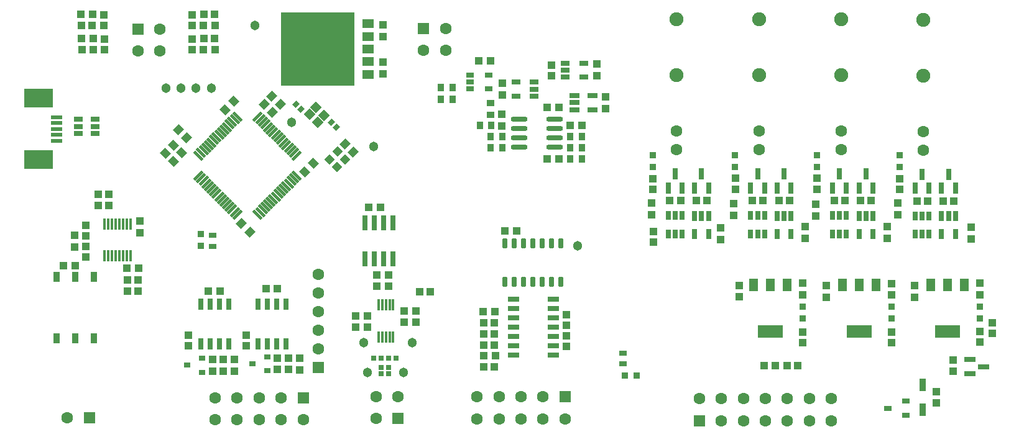
<source format=gts>
G04*
G04 #@! TF.GenerationSoftware,Altium Limited,Altium Designer,22.0.2 (36)*
G04*
G04 Layer_Color=8388736*
%FSLAX25Y25*%
%MOIN*%
G70*
G04*
G04 #@! TF.SameCoordinates,5A643F03-C439-4DF5-9915-15B1C7EAFC9B*
G04*
G04*
G04 #@! TF.FilePolarity,Negative*
G04*
G01*
G75*
G04:AMPARAMS|DCode=37|XSize=43.31mil|YSize=23.62mil|CornerRadius=2.01mil|HoleSize=0mil|Usage=FLASHONLY|Rotation=0.000|XOffset=0mil|YOffset=0mil|HoleType=Round|Shape=RoundedRectangle|*
%AMROUNDEDRECTD37*
21,1,0.04331,0.01961,0,0,0.0*
21,1,0.03929,0.02362,0,0,0.0*
1,1,0.00402,0.01965,-0.00980*
1,1,0.00402,-0.01965,-0.00980*
1,1,0.00402,-0.01965,0.00980*
1,1,0.00402,0.01965,0.00980*
%
%ADD37ROUNDEDRECTD37*%
%ADD52R,0.03543X0.03150*%
%ADD65R,0.03550X0.04140*%
%ADD66R,0.03392X0.05400*%
%ADD67R,0.04140X0.04337*%
G04:AMPARAMS|DCode=68|XSize=63.06mil|YSize=15.81mil|CornerRadius=0mil|HoleSize=0mil|Usage=FLASHONLY|Rotation=225.000|XOffset=0mil|YOffset=0mil|HoleType=Round|Shape=Rectangle|*
%AMROTATEDRECTD68*
4,1,4,0.01670,0.02788,0.02788,0.01670,-0.01670,-0.02788,-0.02788,-0.01670,0.01670,0.02788,0.0*
%
%ADD68ROTATEDRECTD68*%

G04:AMPARAMS|DCode=69|XSize=63.06mil|YSize=15.81mil|CornerRadius=0mil|HoleSize=0mil|Usage=FLASHONLY|Rotation=315.000|XOffset=0mil|YOffset=0mil|HoleType=Round|Shape=Rectangle|*
%AMROTATEDRECTD69*
4,1,4,-0.02788,0.01670,-0.01670,0.02788,0.02788,-0.01670,0.01670,-0.02788,-0.02788,0.01670,0.0*
%
%ADD69ROTATEDRECTD69*%

%ADD70C,0.05124*%
%ADD71R,0.04140X0.04140*%
%ADD72R,0.04140X0.04140*%
%ADD73R,0.05124X0.02762*%
%ADD74R,0.15361X0.10243*%
%ADD75R,0.05912X0.02368*%
%ADD76R,0.02762X0.03156*%
G04:AMPARAMS|DCode=77|XSize=43.37mil|YSize=41.4mil|CornerRadius=0mil|HoleSize=0mil|Usage=FLASHONLY|Rotation=225.000|XOffset=0mil|YOffset=0mil|HoleType=Round|Shape=Rectangle|*
%AMROTATEDRECTD77*
4,1,4,0.00070,0.02997,0.02997,0.00070,-0.00070,-0.02997,-0.02997,-0.00070,0.00070,0.02997,0.0*
%
%ADD77ROTATEDRECTD77*%

%ADD78R,0.05321X0.02762*%
%ADD79R,0.05124X0.02762*%
%ADD80O,0.09061X0.02762*%
%ADD81R,0.04140X0.03550*%
%ADD82R,0.04337X0.04140*%
%ADD83R,0.06306X0.04613*%
%ADD84R,0.39770X0.39770*%
%ADD85R,0.02762X0.05124*%
%ADD86P,0.05855X4X270.0*%
%ADD87O,0.01581X0.06109*%
%ADD88R,0.01500X0.05900*%
%ADD89P,0.06134X4X180.0*%
G04:AMPARAMS|DCode=90|XSize=27.62mil|YSize=31.56mil|CornerRadius=0mil|HoleSize=0mil|Usage=FLASHONLY|Rotation=135.000|XOffset=0mil|YOffset=0mil|HoleType=Round|Shape=Rectangle|*
%AMROTATEDRECTD90*
4,1,4,0.02092,0.00139,-0.00139,-0.02092,-0.02092,-0.00139,0.00139,0.02092,0.02092,0.00139,0.0*
%
%ADD90ROTATEDRECTD90*%

G04:AMPARAMS|DCode=91|XSize=43.37mil|YSize=41.4mil|CornerRadius=0mil|HoleSize=0mil|Usage=FLASHONLY|Rotation=135.000|XOffset=0mil|YOffset=0mil|HoleType=Round|Shape=Rectangle|*
%AMROTATEDRECTD91*
4,1,4,0.02997,-0.00070,0.00070,-0.02997,-0.02997,0.00070,-0.00070,0.02997,0.02997,-0.00070,0.0*
%
%ADD91ROTATEDRECTD91*%

%ADD92R,0.03353X0.03550*%
%ADD93R,0.03943X0.03156*%
G04:AMPARAMS|DCode=94|XSize=27.62mil|YSize=61.09mil|CornerRadius=4.01mil|HoleSize=0mil|Usage=FLASHONLY|Rotation=0.000|XOffset=0mil|YOffset=0mil|HoleType=Round|Shape=RoundedRectangle|*
%AMROUNDEDRECTD94*
21,1,0.02762,0.05307,0,0,0.0*
21,1,0.01961,0.06109,0,0,0.0*
1,1,0.00802,0.00980,-0.02653*
1,1,0.00802,-0.00980,-0.02653*
1,1,0.00802,-0.00980,0.02653*
1,1,0.00802,0.00980,0.02653*
%
%ADD94ROUNDEDRECTD94*%
%ADD95R,0.13392X0.06699*%
%ADD96R,0.05124X0.06699*%
%ADD97R,0.03550X0.03353*%
%ADD98R,0.02500X0.08200*%
%ADD99R,0.02565X0.02565*%
G04:AMPARAMS|DCode=100|XSize=25.65mil|YSize=53.21mil|CornerRadius=3.95mil|HoleSize=0mil|Usage=FLASHONLY|Rotation=180.000|XOffset=0mil|YOffset=0mil|HoleType=Round|Shape=RoundedRectangle|*
%AMROUNDEDRECTD100*
21,1,0.02565,0.04532,0,0,180.0*
21,1,0.01776,0.05321,0,0,180.0*
1,1,0.00790,-0.00888,0.02266*
1,1,0.00790,0.00888,0.02266*
1,1,0.00790,0.00888,-0.02266*
1,1,0.00790,-0.00888,-0.02266*
%
%ADD100ROUNDEDRECTD100*%
%ADD101R,0.06404X0.02959*%
%ADD102R,0.05912X0.02762*%
%ADD103R,0.02762X0.05321*%
%ADD104R,0.02762X0.05912*%
%ADD105R,0.04337X0.02762*%
%ADD106R,0.03747X0.06699*%
%ADD107C,0.06306*%
%ADD108R,0.06306X0.06306*%
%ADD109C,0.00400*%
%ADD110C,0.07487*%
%ADD111R,0.06306X0.06306*%
D37*
X255906Y198228D02*
D03*
Y190748D02*
D03*
X245669D02*
D03*
Y194488D02*
D03*
Y198228D02*
D03*
D52*
X94291Y42421D02*
D03*
X102165Y46161D02*
D03*
Y38681D02*
D03*
X137008Y39370D02*
D03*
Y46850D02*
D03*
X129134Y43110D02*
D03*
D65*
X236417Y185039D02*
D03*
X236417Y191437D02*
D03*
X305709Y153150D02*
D03*
X299409D02*
D03*
X299409Y159153D02*
D03*
X305709D02*
D03*
X305709Y165157D02*
D03*
X299409D02*
D03*
X256890D02*
D03*
X263189D02*
D03*
X230118Y185039D02*
D03*
X230118Y191437D02*
D03*
X263189Y159153D02*
D03*
X256890D02*
D03*
X257283Y171161D02*
D03*
X250984D02*
D03*
D66*
X24252Y56890D02*
D03*
X44252D02*
D03*
Y89882D02*
D03*
X34252D02*
D03*
X24252D02*
D03*
X34252Y56890D02*
D03*
D67*
X34055Y95866D02*
D03*
X27756D02*
D03*
X293602Y153150D02*
D03*
X287303D02*
D03*
X299409Y171161D02*
D03*
X305709D02*
D03*
X293602Y180807D02*
D03*
X287302D02*
D03*
X250591Y205709D02*
D03*
X256890D02*
D03*
X190748Y62795D02*
D03*
X184449D02*
D03*
X210531Y65453D02*
D03*
X216831D02*
D03*
X210531Y71457D02*
D03*
X216831D02*
D03*
X197933Y127067D02*
D03*
X191634D02*
D03*
X43944Y217714D02*
D03*
X37645D02*
D03*
X43550Y230903D02*
D03*
X37251D02*
D03*
X102709Y211809D02*
D03*
X109009Y211809D02*
D03*
X102709Y224801D02*
D03*
X109009Y224801D02*
D03*
X111909Y82284D02*
D03*
X105610D02*
D03*
X142618Y83661D02*
D03*
X136319D02*
D03*
X253051Y47441D02*
D03*
X259350D02*
D03*
X61713Y94390D02*
D03*
X68012D02*
D03*
X259154Y71161D02*
D03*
X252854D02*
D03*
X195866Y90945D02*
D03*
X202165D02*
D03*
X195866Y84842D02*
D03*
X202165D02*
D03*
X190748Y68799D02*
D03*
X184449D02*
D03*
X270768Y114367D02*
D03*
X264469D02*
D03*
D68*
X152831Y155003D02*
D03*
X151439Y156395D02*
D03*
X150047Y157787D02*
D03*
X148655Y159179D02*
D03*
X147263Y160571D02*
D03*
X145871Y161963D02*
D03*
X144479Y163355D02*
D03*
X143087Y164747D02*
D03*
X141695Y166139D02*
D03*
X140304Y167531D02*
D03*
X138912Y168923D02*
D03*
X137520Y170315D02*
D03*
X136128Y171707D02*
D03*
X134736Y173099D02*
D03*
X133344Y174490D02*
D03*
X131952Y175882D02*
D03*
X100216Y144146D02*
D03*
X101608Y142754D02*
D03*
X102999Y141362D02*
D03*
X104391Y139970D02*
D03*
X105783Y138578D02*
D03*
X107175Y137186D02*
D03*
X108567Y135794D02*
D03*
X109959Y134403D02*
D03*
X111351Y133011D02*
D03*
X112743Y131619D02*
D03*
X114135Y130227D02*
D03*
X115527Y128835D02*
D03*
X116919Y127443D02*
D03*
X118311Y126051D02*
D03*
X119703Y124659D02*
D03*
X121095Y123267D02*
D03*
D69*
Y175882D02*
D03*
X119703Y174490D02*
D03*
X118311Y173099D02*
D03*
X116919Y171707D02*
D03*
X115527Y170315D02*
D03*
X114135Y168923D02*
D03*
X112743Y167531D02*
D03*
X111351Y166139D02*
D03*
X109959Y164747D02*
D03*
X108567Y163355D02*
D03*
X107175Y161963D02*
D03*
X105783Y160571D02*
D03*
X104391Y159179D02*
D03*
X102999Y157787D02*
D03*
X101608Y156395D02*
D03*
X100216Y155003D02*
D03*
X131952Y123267D02*
D03*
X133344Y124659D02*
D03*
X134736Y126051D02*
D03*
X136128Y127443D02*
D03*
X137520Y128835D02*
D03*
X138912Y130227D02*
D03*
X140304Y131619D02*
D03*
X141695Y133011D02*
D03*
X143087Y134403D02*
D03*
X144479Y135794D02*
D03*
X145871Y137186D02*
D03*
X147263Y138578D02*
D03*
X148655Y139970D02*
D03*
X150047Y141362D02*
D03*
X151439Y142754D02*
D03*
X152831Y144146D02*
D03*
D70*
X150098Y172835D02*
D03*
X130610Y225000D02*
D03*
X107087Y191240D02*
D03*
X82677D02*
D03*
X90814D02*
D03*
X98950D02*
D03*
X193996Y159941D02*
D03*
X188681Y54429D02*
D03*
X210039Y38681D02*
D03*
X190847D02*
D03*
X214862Y54429D02*
D03*
X303445Y106595D02*
D03*
D71*
X431791Y137008D02*
D03*
Y142717D02*
D03*
X343799Y136909D02*
D03*
Y142618D02*
D03*
X476083Y136909D02*
D03*
Y142618D02*
D03*
X387992Y137008D02*
D03*
Y142717D02*
D03*
X495965Y22343D02*
D03*
Y28051D02*
D03*
X525787Y65256D02*
D03*
Y59547D02*
D03*
X504921Y45030D02*
D03*
Y39321D02*
D03*
X344193Y114272D02*
D03*
Y108563D02*
D03*
X39764Y111909D02*
D03*
Y117618D02*
D03*
X289370Y203642D02*
D03*
Y197933D02*
D03*
X49850Y217616D02*
D03*
Y211907D02*
D03*
X49456Y224899D02*
D03*
Y230608D02*
D03*
X96850Y217616D02*
D03*
Y211907D02*
D03*
Y224899D02*
D03*
Y230608D02*
D03*
X94882Y58465D02*
D03*
Y52756D02*
D03*
X125886Y58465D02*
D03*
Y52756D02*
D03*
X39764Y100394D02*
D03*
Y106102D02*
D03*
X471752Y54626D02*
D03*
Y60335D02*
D03*
X424114Y54626D02*
D03*
Y60335D02*
D03*
X519095Y54823D02*
D03*
Y60532D02*
D03*
X297539Y63875D02*
D03*
Y69584D02*
D03*
Y52458D02*
D03*
Y58166D02*
D03*
D72*
X403642Y42028D02*
D03*
X409350D02*
D03*
X415650D02*
D03*
X421358D02*
D03*
X113484Y39272D02*
D03*
X107775D02*
D03*
X113484Y45374D02*
D03*
X107775D02*
D03*
X224410Y81693D02*
D03*
X218701D02*
D03*
X46457Y128051D02*
D03*
X52165D02*
D03*
X142618Y46161D02*
D03*
X148327D02*
D03*
X142618Y40059D02*
D03*
X148327Y40059D02*
D03*
X62008Y88287D02*
D03*
X67716D02*
D03*
Y82185D02*
D03*
X62008D02*
D03*
X52165Y134153D02*
D03*
X46457D02*
D03*
X103005Y230903D02*
D03*
X108713D02*
D03*
X43255Y224801D02*
D03*
X37547D02*
D03*
X43649Y211809D02*
D03*
X37940D02*
D03*
X103005Y217714D02*
D03*
X108713D02*
D03*
X455217Y130709D02*
D03*
X460925D02*
D03*
X367126Y130709D02*
D03*
X372835D02*
D03*
X499508Y130610D02*
D03*
X505217D02*
D03*
X411319Y130704D02*
D03*
X417028D02*
D03*
X441043Y130709D02*
D03*
X446752D02*
D03*
X352953Y130709D02*
D03*
X358661D02*
D03*
X485335Y130610D02*
D03*
X491043D02*
D03*
X397146Y130704D02*
D03*
X402854D02*
D03*
X253150Y59249D02*
D03*
X258858D02*
D03*
X253150Y53344D02*
D03*
X258858D02*
D03*
X253150Y65155D02*
D03*
X258858D02*
D03*
X253150Y41532D02*
D03*
X258858D02*
D03*
D73*
X44980Y174409D02*
D03*
X35925D02*
D03*
Y170669D02*
D03*
X35925Y166929D02*
D03*
X44980Y170669D02*
D03*
Y166929D02*
D03*
D74*
X14569Y185775D02*
D03*
Y152704D02*
D03*
D75*
X24018Y162940D02*
D03*
Y166090D02*
D03*
Y169239D02*
D03*
Y172389D02*
D03*
Y175539D02*
D03*
D76*
X198130Y46063D02*
D03*
X194193D02*
D03*
X202067D02*
D03*
X206004D02*
D03*
D77*
X127756Y113976D02*
D03*
X123302Y118431D02*
D03*
X89370Y168969D02*
D03*
X93824Y164515D02*
D03*
X183293Y156865D02*
D03*
X178839Y161319D02*
D03*
X144065Y182433D02*
D03*
X139611Y186887D02*
D03*
X139820Y178188D02*
D03*
X135366Y182642D02*
D03*
D78*
X301771Y187106D02*
D03*
Y183366D02*
D03*
Y179626D02*
D03*
X311614D02*
D03*
Y187106D02*
D03*
D79*
X296949Y204626D02*
D03*
Y200886D02*
D03*
Y197146D02*
D03*
X306791D02*
D03*
Y204626D02*
D03*
X280315Y186909D02*
D03*
Y190650D02*
D03*
Y194390D02*
D03*
X270472D02*
D03*
Y186909D02*
D03*
D80*
X291043Y159528D02*
D03*
Y164528D02*
D03*
Y169528D02*
D03*
Y174528D02*
D03*
X272145Y159528D02*
D03*
Y164528D02*
D03*
Y169528D02*
D03*
Y174528D02*
D03*
D81*
X256791Y183071D02*
D03*
Y176772D02*
D03*
D82*
X318504Y186516D02*
D03*
Y180217D02*
D03*
X263090Y187500D02*
D03*
Y193799D02*
D03*
X313681Y204035D02*
D03*
Y197736D02*
D03*
X262795Y170866D02*
D03*
Y177165D02*
D03*
X199016Y218996D02*
D03*
Y225295D02*
D03*
Y205020D02*
D03*
Y198721D02*
D03*
X425492Y116732D02*
D03*
Y110433D02*
D03*
X469587Y116831D02*
D03*
Y110531D02*
D03*
X119488Y39272D02*
D03*
Y45571D02*
D03*
X154331Y39961D02*
D03*
Y46260D02*
D03*
X68799Y119882D02*
D03*
Y113583D02*
D03*
X33858Y105807D02*
D03*
Y112106D02*
D03*
X471654Y80020D02*
D03*
Y86319D02*
D03*
X436894Y78756D02*
D03*
Y85055D02*
D03*
X424213Y80216D02*
D03*
Y86516D02*
D03*
X390256Y79035D02*
D03*
Y85335D02*
D03*
X518996Y80216D02*
D03*
Y86516D02*
D03*
X484138Y78756D02*
D03*
Y85055D02*
D03*
X431201Y128839D02*
D03*
Y122539D02*
D03*
X343209Y129429D02*
D03*
Y123130D02*
D03*
X475295Y129626D02*
D03*
Y123327D02*
D03*
X387303Y129035D02*
D03*
Y122736D02*
D03*
X380217Y109843D02*
D03*
Y116142D02*
D03*
X514567Y110335D02*
D03*
Y116634D02*
D03*
D83*
X191043Y205394D02*
D03*
Y198622D02*
D03*
Y212165D02*
D03*
X191043Y218937D02*
D03*
Y225709D02*
D03*
D84*
X164272Y212165D02*
D03*
D85*
X352067Y122736D02*
D03*
X355807D02*
D03*
X359547D02*
D03*
Y112894D02*
D03*
X355807D02*
D03*
X352067D02*
D03*
X396260Y122732D02*
D03*
X400000D02*
D03*
X403740D02*
D03*
Y112889D02*
D03*
X400000D02*
D03*
X396260D02*
D03*
X484449Y122638D02*
D03*
X488189D02*
D03*
X491929D02*
D03*
Y112795D02*
D03*
X488189D02*
D03*
X484449D02*
D03*
X440158Y122736D02*
D03*
X443898D02*
D03*
X447638D02*
D03*
Y112894D02*
D03*
X443898D02*
D03*
X440158D02*
D03*
D86*
X174453Y148775D02*
D03*
X170417Y152812D02*
D03*
X178692Y153001D02*
D03*
X174655Y157038D02*
D03*
D87*
X204626Y74902D02*
D03*
X202658D02*
D03*
X200689D02*
D03*
X198721D02*
D03*
X196752D02*
D03*
X204626Y57579D02*
D03*
X202658D02*
D03*
X200689D02*
D03*
X198721D02*
D03*
X196752D02*
D03*
D88*
X49896Y101144D02*
D03*
X51866D02*
D03*
X53836D02*
D03*
X55806D02*
D03*
X57776D02*
D03*
X59746D02*
D03*
X61716D02*
D03*
X63686D02*
D03*
Y118344D02*
D03*
X61716D02*
D03*
X59746D02*
D03*
X57776D02*
D03*
X55806D02*
D03*
X53836D02*
D03*
X51866D02*
D03*
X49896D02*
D03*
D89*
X167520Y176378D02*
D03*
X164040Y172898D02*
D03*
X163205Y180693D02*
D03*
X159725Y177213D02*
D03*
D90*
X155146Y179893D02*
D03*
X152362Y182677D02*
D03*
X174114Y170177D02*
D03*
X171330Y172961D02*
D03*
D91*
X86976Y160617D02*
D03*
X82522Y156163D02*
D03*
X91221Y156372D02*
D03*
X86767Y151918D02*
D03*
X114626Y179579D02*
D03*
X119080Y184034D02*
D03*
X157289Y146242D02*
D03*
X161743Y150697D02*
D03*
D92*
X101378Y112894D02*
D03*
X101378Y106595D02*
D03*
X471850Y67619D02*
D03*
Y73918D02*
D03*
X424213Y73917D02*
D03*
Y67618D02*
D03*
X519095Y67618D02*
D03*
Y73917D02*
D03*
X387894Y148814D02*
D03*
Y155114D02*
D03*
X476083Y148721D02*
D03*
Y155020D02*
D03*
X343701Y148819D02*
D03*
Y155118D02*
D03*
X431791Y148819D02*
D03*
Y155118D02*
D03*
D93*
X107972Y106201D02*
D03*
Y112106D02*
D03*
X327756Y49016D02*
D03*
Y43110D02*
D03*
D94*
X101358Y53839D02*
D03*
X106358D02*
D03*
X111358D02*
D03*
X116358D02*
D03*
X101358Y75295D02*
D03*
X106358D02*
D03*
X111358D02*
D03*
X116358D02*
D03*
X132264Y53839D02*
D03*
X137264D02*
D03*
X142264D02*
D03*
X147264D02*
D03*
X132264Y75295D02*
D03*
X137264D02*
D03*
X142264D02*
D03*
X147264D02*
D03*
D95*
X454528Y60433D02*
D03*
X406890D02*
D03*
X501772D02*
D03*
D96*
X454528Y85630D02*
D03*
X445472D02*
D03*
X463583D02*
D03*
X415945D02*
D03*
X397835D02*
D03*
X406890D02*
D03*
X501772D02*
D03*
X492717D02*
D03*
X510827D02*
D03*
D97*
X328839Y36811D02*
D03*
X335138D02*
D03*
D98*
X204449Y99454D02*
D03*
X199449D02*
D03*
X194449D02*
D03*
X189449D02*
D03*
Y118853D02*
D03*
X194449D02*
D03*
X199449D02*
D03*
X204449D02*
D03*
D99*
X202067Y37795D02*
D03*
Y41339D02*
D03*
X198228Y37795D02*
D03*
Y41339D02*
D03*
D100*
X264390Y87202D02*
D03*
X269390D02*
D03*
X274390D02*
D03*
X279390D02*
D03*
X284390D02*
D03*
X289390D02*
D03*
X294390D02*
D03*
X264390Y107871D02*
D03*
X269390D02*
D03*
X274390D02*
D03*
X279390D02*
D03*
X284390D02*
D03*
X289390D02*
D03*
X294390D02*
D03*
D101*
X290500Y77792D02*
D03*
Y72792D02*
D03*
Y67792D02*
D03*
Y62792D02*
D03*
Y57792D02*
D03*
Y52792D02*
D03*
Y47792D02*
D03*
X269146D02*
D03*
Y52792D02*
D03*
Y57792D02*
D03*
Y62792D02*
D03*
Y67792D02*
D03*
Y72792D02*
D03*
Y77792D02*
D03*
D102*
X513681Y45374D02*
D03*
Y37894D02*
D03*
X521161Y41634D02*
D03*
D103*
X417913Y122633D02*
D03*
X414173D02*
D03*
X410433D02*
D03*
Y112791D02*
D03*
X417913D02*
D03*
X506102Y122539D02*
D03*
X502362D02*
D03*
X498622D02*
D03*
Y112697D02*
D03*
X506102D02*
D03*
X373721Y122638D02*
D03*
X369980D02*
D03*
X366240D02*
D03*
Y112795D02*
D03*
X373721D02*
D03*
X461811Y122638D02*
D03*
X458071D02*
D03*
X454331D02*
D03*
Y112795D02*
D03*
X461811D02*
D03*
D104*
X396260Y137594D02*
D03*
X403740D02*
D03*
X400000Y145074D02*
D03*
X410433Y137594D02*
D03*
X417913D02*
D03*
X414173Y145074D02*
D03*
X366240Y137598D02*
D03*
X373721D02*
D03*
X369980Y145079D02*
D03*
X484449Y137500D02*
D03*
X491929D02*
D03*
X488189Y144980D02*
D03*
X498622Y137500D02*
D03*
X506102D02*
D03*
X502362Y144980D02*
D03*
X352067Y137598D02*
D03*
X359547D02*
D03*
X355807Y145079D02*
D03*
X440158Y137598D02*
D03*
X447638D02*
D03*
X443898Y145079D02*
D03*
X454331Y137598D02*
D03*
X461811D02*
D03*
X458071Y145079D02*
D03*
D105*
X469882Y19291D02*
D03*
X479331Y23051D02*
D03*
Y15531D02*
D03*
D106*
X488386Y31791D02*
D03*
Y18406D02*
D03*
D107*
X156398Y13088D02*
D03*
X444685Y168032D02*
D03*
Y158031D02*
D03*
X232677Y211417D02*
D03*
X220866D02*
D03*
X232677Y223228D02*
D03*
X404134Y12598D02*
D03*
Y24409D02*
D03*
X439567D02*
D03*
Y12598D02*
D03*
X427756Y24409D02*
D03*
Y12598D02*
D03*
X415945Y24409D02*
D03*
Y12598D02*
D03*
X392323Y24409D02*
D03*
Y12598D02*
D03*
X380512Y24409D02*
D03*
Y12598D02*
D03*
X368701Y24409D02*
D03*
X164370Y51024D02*
D03*
Y61024D02*
D03*
Y71024D02*
D03*
Y81024D02*
D03*
Y91024D02*
D03*
X79527Y211024D02*
D03*
X67716D02*
D03*
X79527Y222835D02*
D03*
X29921Y14173D02*
D03*
X195473Y13780D02*
D03*
X207283Y25591D02*
D03*
X195473D02*
D03*
X296752Y13580D02*
D03*
X284941Y25391D02*
D03*
Y13580D02*
D03*
X273130Y25391D02*
D03*
Y13580D02*
D03*
X261319Y25391D02*
D03*
Y13580D02*
D03*
X249508Y25391D02*
D03*
Y13580D02*
D03*
X400787Y168027D02*
D03*
Y158027D02*
D03*
X488976Y167933D02*
D03*
Y157933D02*
D03*
X356594Y168032D02*
D03*
Y158031D02*
D03*
X109153Y13088D02*
D03*
Y24899D02*
D03*
X120965Y13088D02*
D03*
Y24899D02*
D03*
X132776Y13088D02*
D03*
Y24899D02*
D03*
X144587Y13088D02*
D03*
Y24899D02*
D03*
D108*
X156398D02*
D03*
X368701Y12598D02*
D03*
X296752Y25391D02*
D03*
D109*
X529429Y15650D02*
D03*
X17325Y220472D02*
D03*
X78642Y15650D02*
D03*
X326673D02*
D03*
X273622Y220472D02*
D03*
X529528D02*
D03*
D110*
X444685Y198031D02*
D03*
Y228031D02*
D03*
X400787Y228027D02*
D03*
X356594Y198031D02*
D03*
X400787Y198027D02*
D03*
X488976Y197933D02*
D03*
Y227933D02*
D03*
X356594Y228031D02*
D03*
D111*
X220866Y223228D02*
D03*
X164370Y41024D02*
D03*
X67716Y222835D02*
D03*
X41732Y14173D02*
D03*
X207283Y13780D02*
D03*
M02*

</source>
